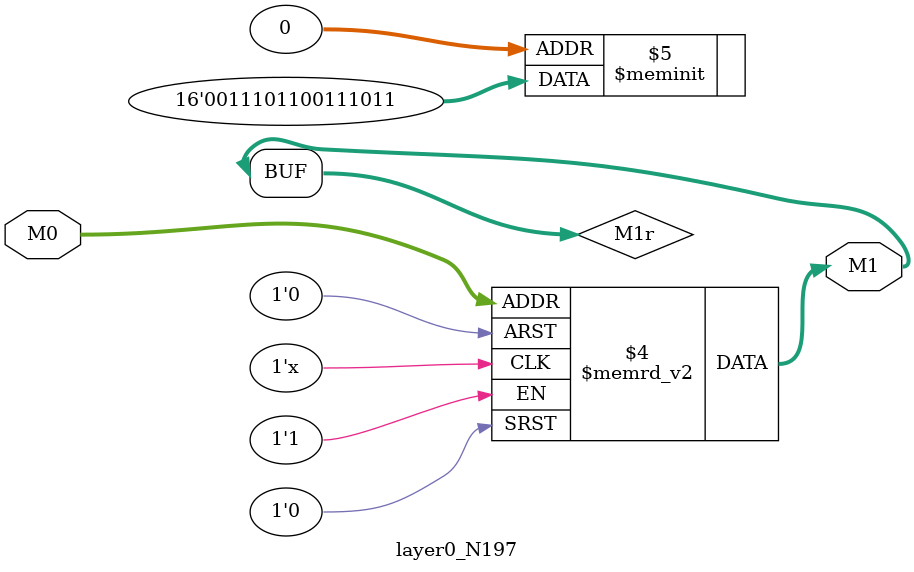
<source format=v>
module layer0_N197 ( input [2:0] M0, output [1:0] M1 );

	(*rom_style = "distributed" *) reg [1:0] M1r;
	assign M1 = M1r;
	always @ (M0) begin
		case (M0)
			3'b000: M1r = 2'b11;
			3'b100: M1r = 2'b11;
			3'b010: M1r = 2'b11;
			3'b110: M1r = 2'b11;
			3'b001: M1r = 2'b10;
			3'b101: M1r = 2'b10;
			3'b011: M1r = 2'b00;
			3'b111: M1r = 2'b00;

		endcase
	end
endmodule

</source>
